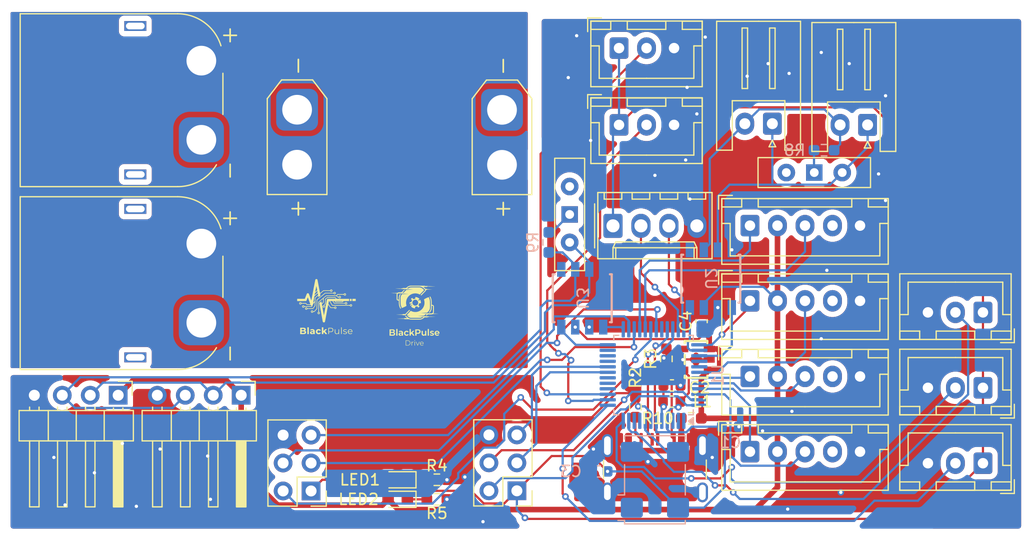
<source format=kicad_pcb>
(kicad_pcb (version 20241229) (generator "pcbnew") (generator_version "9.0")
  (layers (0 "F.Cu" signal) (2 "B.Cu" signal) (13 "F.Paste" user) (15 "B.Paste" user) (5 "F.SilkS" user "F.Silkscreen") (7 "B.SilkS" user "B.Silkscreen") (1 "F.Mask" user) (3 "B.Mask" user) (25 "Edge.Cuts" user))
  (net 0 "")
  (net 1 "GND")
  (net 2 "+3V3")
  (net 3 "VREF")
  (net 5 "PA11")
  (net 6 "Net-(J1-CC1)")
  (net 7 "PA12")
  (net 8 "Net-(J1-VBUS-PadA4)")
  (net 9 "Net-(J1-CC2)")
  (net 11 "PA9")
  (net 12 "PA8")
  (net 13 "VBUS")
  (net 15 "PB3")
  (net 16 "PA15")
  (net 18 "PB5")
  (net 19 "PB4")
  (net 21 "PB7")
  (net 22 "PB6")
  (net 23 "PB0")
  (net 24 "PC7")
  (net 25 "PC6")
  (net 26 "PB1")
  (net 27 "PB9")
  (net 28 "PB8")
  (net 29 "PB14")
  (net 30 "PB15")
  (net 31 "CS0")
  (net 32 "CS4")
  (net 33 "CS1")
  (net 34 "CS3")
  (net 35 "CS2")
  (net 36 "I2C_SDA")
  (net 37 "I2C_SCL")
  (net 38 "CAN_L2")
  (net 39 "CAN_H2")
  (net 40 "PB2")
  (net 41 "PB11")
  (net 42 "CAN_L")
  (net 43 "CAN_H")
  (net 44 "Net-(LED1-K)")
  (net 45 "Net-(LED2-K)")
  (net 46 "Net-(SW1-B)")
  (net 47 "Net-(SW2-B)")
  (net 48 "ADC4")
  (net 49 "DIO")
  (net 50 "CAN1_RX")
  (net 51 "ADC0")
  (net 52 "PA5")
  (net 53 "ADC2")
  (net 54 "PB10")
  (net 55 "ADC3")
  (net 56 "PD2")
  (net 57 "CAN2_RX")
  (net 58 "CAN2_TX")
  (net 59 "ADC1")
  (net 60 "PF0")
  (net 61 "PD3")
  (net 62 "CLK")
  (net 63 "CAN1_TX")
  (net 64 "PA10")
  (net 70 "VS")
  (net 71 "GND1")
  (footprint "Connector_JST:JST_XH_B5B-XH-A_1x05_P2.50mm_Vertical" (layer "F.Cu") (at 165.608 123.427)
    (property "Reference" "J4" (hide yes))
    (property "Value" "Conn_01x05_Pin")
  )
  (footprint "Resistor_SMD:R_0603_1608Metric_Pad0.98x0.95mm_HandSolder" (layer "F.Cu") (at 137.16 141.478)
    (property "Reference" "R5")
    (property "Value" "165")
  )
  (footprint "jisaku:SW_Slide-03_Wuerth-WS-SLTV_10x2.5x6.4_P2.54mm" (layer "F.Cu") (at 149.225 115.57 90)
    (property "Reference" "SW2" (hide yes))
    (property "Value" "SW_Wuerth_450301014042")
  )
  (footprint "Connector_AMASS:AMASS_XT60PW-M_1x02_P7.20mm_Horizontal" (layer "F.Cu") (at 115.7604 108.7814 90)
    (property "Reference" "J22" (hide yes))
    (property "Value" "Conn_01x02_Pin")
  )
  (footprint "Connector_JST:JST_XH_B5B-XH-A_1x05_P2.50mm_Vertical" (layer "F.Cu") (at 165.608 130.302)
    (property "Reference" "J5" (hide yes))
    (property "Value" "Conn_01x05_Pin")
  )
  (footprint "_gazou:drive" (layer "F.Cu") (at 135.255 124.079)
    (property "Reference" "G***" (hide yes))
    (property "Value" "LOGO" (hide yes))
  )
  (footprint "Inductor_SMD:L_0603_1608Metric" (layer "F.Cu") (at 158.496 132.588)
    (property "Reference" "L1")
    (property "Value" "L")
  )
  (footprint "Connector_PinHeader_2.54mm:PinHeader_1x04_P2.54mm_Horizontal" (layer "F.Cu") (at 108.204 132.013 -90)
    (property "Reference" "J12" (hide yes))
    (property "Value" "Conn_01x04_Pin")
  )
  (footprint "Connector_JST:JST_XH_S2B-XH-A_1x02_P2.50mm_Horizontal" (layer "F.Cu") (at 167.64 107.315 180)
    (property "Reference" "J15" (hide yes))
    (property "Value" "Conn_01x02_Pin")
  )
  (footprint "Connector_JST:JST_XH_S2B-XH-A_1x02_P2.50mm_Horizontal" (layer "F.Cu") (at 176.296 107.426 180)
    (property "Reference" "J14" (hide yes))
    (property "Value" "Conn_01x02_Pin")
  )
  (footprint "Connector_JST:JST_XH_B5B-XH-A_1x05_P2.50mm_Vertical" (layer "F.Cu") (at 165.608 116.586)
    (property "Reference" "J3" (hide yes))
    (property "Value" "Conn_01x05_Pin")
  )
  (footprint "Connector_JST:JST_XH_B3B-XH-A_1x03_P2.50mm_Vertical" (layer "F.Cu") (at 153.71 107.425)
    (property "Reference" "J27" (hide yes))
    (property "Value" "Conn_01x03_Pin")
  )
  (footprint "Connector_PinHeader_2.54mm:PinHeader_1x04_P2.54mm_Horizontal" (layer "F.Cu") (at 119.38 132.013 -90)
    (property "Reference" "J20" (hide yes))
    (property "Value" "Conn_01x04_Pin")
  )
  (footprint "_gazou:blackpulsedrive" (layer "F.Cu") (at 135.193938 127.512476)
    (property "Reference" "G***" (hide yes))
    (property "Value" "LOGO" (hide yes))
  )
  (footprint "Connector_Molex:Molex_KK-254_AE-6410-04A_1x04_P2.54mm_Vertical" (layer "F.Cu") (at 153.162 116.606)
    (property "Reference" "J2" (hide yes))
    (property "Value" "Conn_01x04_Pin")
  )
  (footprint "Connector_PinHeader_2.54mm:PinHeader_2x03_P2.54mm_Vertical" (layer "F.Cu") (at 125.73 140.716 180)
    (property "Reference" "J7" (hide yes))
    (property "Value" "Conn_02x03_Counter_Clockwise")
  )
  (footprint "Connector_AMASS:AMASS_XT60PW-M_1x02_P7.20mm_Horizontal" (layer "F.Cu") (at 115.7604 125.4184 90)
    (property "Reference" "J25" (hide yes))
    (property "Value" "Conn_01x02_Pin")
  )
  (footprint "Connector_JST:JST_XH_B3B-XH-A_1x03_P2.50mm_Vertical" (layer "F.Cu") (at 186.777 124.477 180)
    (property "Reference" "J28" (hide yes))
    (property "Value" "Conn_01x03_Pin")
  )
  (footprint "Connector_JST:JST_XH_B3B-XH-A_1x03_P2.50mm_Vertical" (layer "F.Cu") (at 153.71 100.44)
    (property "Reference" "J26" (hide yes))
    (property "Value" "Conn_01x03_Pin")
  )
  (footprint "Connector_JST:JST_XH_B5B-XH-A_1x05_P2.50mm_Vertical" (layer "F.Cu") (at 165.608 137.143)
    (property "Reference" "J6" (hide yes))
    (property "Value" "Conn_01x05_Pin")
  )
  (footprint "LED_SMD:LED_0603_1608Metric_Pad1.05x0.95mm_HandSolder" (layer "F.Cu") (at 133.604 139.7 180)
    (property "Reference" "LED1")
    (property "Value" "LED")
  )
  (footprint "Resistor_SMD:R_0603_1608Metric_Pad0.98x0.95mm_HandSolder" (layer "F.Cu") (at 160.274 134.112)
    (property "Reference" "R10")
    (property "Value" "fuse")
  )
  (footprint "Capacitor_SMD:C_0603_1608Metric" (layer "F.Cu") (at 161.2138 125.2728 90)
    (property "Reference" "C4")
    (property "Value" "10u(DFP")
  )
  (footprint "footprints:SSOP5" (layer "F.Cu") (at 160.7058 128.7526 180)
    (property "Reference" "DCDC1" (hide yes))
    (property "Value" "BU33TD3WG")
  )
  (footprint "Connector_JST:JST_XH_B3B-XH-A_1x03_P2.50mm_Vertical" (layer "F.Cu") (at 186.777 138.193 180)
    (property "Reference" "J30" (hide yes))
    (property "Value" "Conn_01x03_Pin")
  )
  (footprint "Resistor_SMD:R_0603_1608Metric_Pad0.98x0.95mm_HandSolder" (layer "F.Cu") (at 155.194 133.096 -90)
    (property "Reference" "R2")
    (property "Value" "5.1k")
  )
  (footprint "Connector_AMASS:AMASS_XT30U-F_1x02_P5.0mm_Vertical" (layer "F.Cu") (at 124.46 106.045 -90)
    (property "Reference" "J21" (hide yes))
    (property "Value" "Conn_01x02_Pin")
  )
  (footprint "Resistor_SMD:R_0603_1608Metric_Pad0.98x0.95mm_HandSolder" (layer "F.Cu") (at 158.0134 128.7018 90)
    (property "Reference" "R3")
    (property "Value" "5.1k")
  )
  (footprint "Capacitor_SMD:C_0603_1608Metric" (layer "F.Cu") (at 158.5214 131.1148)
    (property "Reference" "C2")
    (property "Value" "0.1u")
  )
  (footprint "Connector_AMASS:AMASS_XT30U-F_1x02_P5.0mm_Vertical" (layer "F.Cu") (at 143.0782 106.0558 -90)
    (property "Reference" "J19" (hide yes))
    (property "Value" "Conn_01x02_Pin")
  )
  (footprint "Resistor_SMD:R_0603_1608Metric_Pad0.98x0.95mm_HandSolder" (layer "F.Cu") (at 137.16 139.7)
    (property "Reference" "R4")
    (property "Value" "165")
  )
  (footprint "Connector_PinHeader_2.54mm:PinHeader_2x03_P2.54mm_Vertical" (layer "F.Cu") (at 144.4294 140.7014 180)
    (property "Reference" "J8" (hide yes))
    (property "Value" "Conn_02x03_Counter_Clockwise")
  )
  (footprint "Connector_JST:JST_XH_B3B-XH-A_1x03_P2.50mm_Vertical" (layer "F.Cu") (at 186.777 131.335 180)
    (property "Reference" "J29" (hide yes))
    (property "Value" "Conn_01x03_Pin")
  )
  (footprint "LED_SMD:LED_0603_1608Metric_Pad1.05x0.95mm_HandSolder" (layer "F.Cu") (at 133.604 141.478 180)
    (property "Reference" "LED2")
    (property "Value" "LED")
  )
  (footprint "jisaku:USB_C_Receptacle_aitendo" (layer "F.Cu") (at 156.972 139.7)
    (property "Reference" "J1" (hide yes))
    (property "Value" "USB_C_Receptacle_USB2.0_14P")
  )
  (footprint "_gazou:full" (layer "F.Cu") (at 127.127 123.952)
    (property "Reference" "G***" (hide yes))
    (property "Value" "LOGO" (hide yes))
  )
  (footprint "jisaku:SW_Slide-03_Wuerth-WS-SLTV_10x2.5x6.4_P2.54mm" (layer "F.Cu") (at 171.45 111.76 180)
    (property "Reference" "SW1" (hide yes))
    (property "Value" "SW_Wuerth_450301014042")
  )
  (footprint "Capacitor_SMD:C_0603_1608Metric" (layer "B.Cu") (at 151.892 138.938 180)
    (property "Reference" "C3")
    (property "Value" "0.1u")
  )
  (footprint "Oscillator:Oscillator_SMD_IQD_IQXO70-4Pin_7.5x5.0mm" (layer "B.Cu") (at 156.972 139.7 90)
    (property "Reference" "X1" (hide yes))
    (property "Value" "IQXO-70")
  )
  (footprint "footprints2:SOP-J8" (layer "B.Cu") (at 150.368 123.19 90)
    (property "Reference" "U3")
    (property "Value" "SOP-J8")
  )
  (footprint "Capacitor_SMD:C_0603_1608Metric" (layer "B.Cu") (at 163.83 134.874)
    (property "Reference" "C1")
    (property "Value" "0.1u")
  )
  (footprint "Resistor_SMD:R_0603_1608Metric_Pad0.98x0.95mm_HandSolder" (layer "B.Cu") (at 147.32 118.11 -90)
    (property "Reference" "R9")
    (property "Value" "R")
  )
  (footprint "Resistor_SMD:R_0603_1608Metric_Pad0.98x0.95mm_HandSolder" (layer "B.Cu") (at 172.339 109.728)
    (property "Reference" "R8")
    (property "Value" "R")
  )
  (footprint "footprints2:SOP-J8" (layer "B.Cu") (at 162.052 121.412 90)
    (property "Reference" "U2")
    (property "Value" "SOP-J8")
  )
  (footprint "Package_QFP:LQFP-48_7x7mm_P0.5mm" (layer "B.Cu") (at 156.845 130.175 90)
    (property "Reference" "U1")
    (property "Value" "STM32G0B1CBTx")
  )
  (segment (start 160.717 136.02) (end 161.292 136.595) (width 0.2) (layer "F.Cu") (net 1))
  (segment (start 153.197 136.595) (end 153.772 136.02) (width 0.2) (layer "F.Cu") (net 1))
  (segment (start 155.194 132.1835) (end 155.194 132.671) (width 0.2) (layer "F.Cu") (net 1))
  (segment (start 143.002 134.747) (end 143.2786 134.4704) (width 0.2) (layer "F.Cu") (net 1))
  (segment (start 159.5374 128.7526) (end 159.512 128.778) (width 0.2) (layer "F.Cu") (net 1))
  (segment (start 152.652 135.213) (end 152.652 136.595) (width 0.2) (layer "F.Cu") (net 1))
  (segment (start 153.67 137.613) (end 153.67 138.303) (width 0.2) (layer "F.Cu") (net 1))
  (segment (start 181.777 124.477) (end 181.777 138.193) (width 0.2) (layer "F.Cu") (net 1))
  (segment (start 158.0134 128.459711) (end 158.0134 127.7893) (width 0.2) (layer "F.Cu") (net 1))
  (segment (start 155.454351 133.021) (end 155.454351 132.443851) (width 0.2) (layer "F.Cu") (net 1))
  (segment (start 161.9058 128.7526) (end 159.5374 128.7526) (width 0.2) (layer "F.Cu") (net 1))
  (segment (start 152.652 136.595) (end 153.67 137.613) (width 0.2) (layer "F.Cu") (net 1))
  (segment (start 153.438043 131.824) (end 150.896043 134.366) (width 0.2) (layer "F.Cu") (net 1))
  (segment (start 150.896043 134.366) (end 150.749 134.366) (width 0.2) (layer "F.Cu") (net 1))
  (segment (start 160.172 136.02) (end 160.717 136.02) (width 0.2) (layer "F.Cu") (net 1))
  (segment (start 157.78574 128.6268) (end 157.846311 128.6268) (width 0.2) (layer "F.Cu") (net 1))
  (segment (start 154.8345 131.824) (end 153.438043 131.824) (width 0.2) (layer "F.Cu") (net 1))
  (segment (start 155.454351 132.443851) (end 155.194 132.1835) (width 0.2) (layer "F.Cu") (net 1))
  (segment (start 152.652 136.595) (end 153.197 136.595) (width 0.2) (layer "F.Cu") (net 1))
  (segment (start 143.2786 134.4704) (end 146.9164 134.4704) (width 0.2) (layer "F.Cu") (net 1))
  (segment (start 146.939 134.493) (end 146.9164 134.4704) (width 0.2) (layer "F.Cu") (net 1))
  (segment (start 175.608 116.586) (end 175.608 137.143) (width 0.2) (layer "F.Cu") (net 1))
  (segment (start 157.846311 128.6268) (end 158.0134 128.459711) (width 0.2) (layer "F.Cu") (net 1))
  (segment (start 155.194 132.1835) (end 154.8345 131.824) (width 0.2) (layer "F.Cu") (net 1))
  (segment (start 155.194 132.671) (end 152.652 135.213) (width 0.2) (layer "F.Cu") (net 1))
  (via (at 139.7 139.446) (size 0.6) (drill 0.3) (layers "F.Cu" "B.Cu") (net 1))
  (via (at 116.332 137.541) (size 0.6) (drill 0.3) (layers "F.Cu" "B.Cu") (net 1))
  (via (at 109.855 142.113) (size 0.6) (drill 0.3) (layers "F.Cu" "B.Cu") (net 1))
  (via (at 151.384 136.906) (size 0.6) (drill 0.3) (layers "F.Cu" "B.Cu") (net 1))
  (via (at 154.94 130.175) (size 0.6) (drill 0.3) (layers "F.Cu" "B.Cu") (net 1))
  (via (at 103.378 141.986) (size 0.6) (drill 0.3) (layers "F.Cu" "B.Cu") (net 1))
  (via (at 162.687 124.037001) (size 0.6) (drill 0.3) (layers "F.Cu" "B.Cu") (net 1))
  (via (at 151.003 125.815001) (size 0.6) (drill 0.3) (layers "F.Cu" "B.Cu") (net 1))
  (via (at 159.2964 131.1148) (size 0.6) (drill 0.3) (layers "F.Cu" "B.Cu") (net 1))
  (via (at 108.585 136.398) (size 0.6) (drill 0.3) (layers "F.Cu" "B.Cu") (net 1))
  (via (at 172.593 120.65) (size 0.6) (drill 0.3) (layers "F.Cu" "B.Cu") (net 1))
  (via (at 167.259 101.854) (size 0.6) (drill 0.3) (layers "F.Cu" "B.Cu") (net 1))
  (via (at 159.512 128.778) (size 0.6) (drill 0.3) (layers "F.Cu" "B.Cu") (net 1))
  (via (at 169.037 142.367) (size 0.6) (drill 0.3) (layers "F.Cu" "B.Cu") (net 1))
  (via (at 156.337 138.049) (size 0.6) (drill 0.3) (layers "F.Cu" "B.Cu") (net 1))
  (via (at 160.782 106.426) (size 0.6) (drill 0.3) (layers "F.Cu" "B.Cu") (net 1))
  (via (at 102.362 137.668) (size 0.6) (drill 0.3) (layers "F.Cu" "B.Cu") (net 1))
  (via (at 157.78574 128.6268) (size 0.6) (drill 0.3) (layers "F.Cu" "B.Cu") (net 1))
  (via (at 106.045 139.065) (size 0.6) (drill 0.3) (layers "F.Cu" "B.Cu") (net 1))
  (via (at 159.893 104.013) (size 0.6) (drill 0.3) (layers "F.Cu" "B.Cu") (net 1))
  (via (at 177.292 111.887) (size 0.6) (drill 0.3) (layers "F.Cu" "B.Cu") (net 1))
  (via (at 159.766 110.617) (size 0.6) (drill 0.3) (layers "F.Cu" "B.Cu") (net 1))
  (via (at 112.014 136.906) (size 0.6) (drill 0.3) (layers "F.Cu" "B.Cu") (net 1))
  (via (at 172.085 100.838) (size 0.6) (drill 0.3) (layers "F.Cu" "B.Cu") (net 1))
  (via (at 164.605 134.874) (size 0.6) (drill 0.3) (layers "F.Cu" "B.Cu") (net 1))
  (via (at 169.418 133.477) (size 0.6) (drill 0.3) (layers "F.Cu" "B.Cu") (net 1))
  (via (at 165.354 102.997) (size 0.6) (drill 0.3) (layers "F.Cu" "B.Cu") (net 1))
  (via (at 173.863 140.843) (size 0.6) (drill 0.3) (layers "F.Cu" "B.Cu") (net 1))
  (via (at 149.86 99.314) (size 0.6) (drill 0.3) (layers "F.Cu" "B.Cu") (net 1))
  (via (at 149.098 103.124) (size 0.6) (drill 0.3) (layers "F.Cu" "B.Cu") (net 1))
  (via (at 160.147 114.173) (size 0.6) (drill 0.3) (layers "F.Cu" "B.Cu") (net 1))
  (via (at 172.085 126.873) (size 0.6) (drill 0.3) (layers "F.Cu" "B.Cu") (net 1))
  (via (at 161.544 99.441) (size 0.6) (drill 0.3) (layers "F.Cu" "B.Cu") (net 1))
  (via (at 177.927 114.3) (size 0.6) (drill 0.3) (layers "F.Cu" "B.Cu") (net 1))
  (via (at 116.586 141.478) (size 0.6) (drill 0.3) (layers "F.Cu" "B.Cu") (net 1))
  (via (at 174.625 101.854) (size 0.6) (drill 0.3) (layers "F.Cu" "B.Cu") (net 1))
  (via (at 138.0725 139.7) (size 0.6) (drill 0.3) (layers "F.Cu" "B.Cu") (net 1))
  (via (at 141.351 143.51) (size 0.6) (drill 0.3) (layers "F.Cu" "B.Cu") (net 1))
  (via (at 162.179 137.668) (size 0.6) (drill 0.3) (layers "F.Cu" "B.Cu") (net 1))
  (via (at 138.0725 141.478) (size 0.6) (drill 0.3) (layers "F.Cu" "B.Cu") (net 1))
  (via (at 169.164 102.743) (size 0.6) (drill 0.3) (layers "F.Cu" "B.Cu") (net 1))
  (via (at 166.751 135.255) (size 0.6) (drill 0.3) (layers "F.Cu" "B.Cu") (net 1))
  (via (at 151.13 108.839) (size 0.6) (drill 0.3) (layers "F.Cu" "B.Cu") (net 1))
  (via (at 155.454351 133.021) (size 0.6) (drill 0.3) (layers "F.Cu" "B.Cu") (net 1))
  (via (at 156.972 112.014) (size 0.6) (drill 0.3) (layers "F.Cu" "B.Cu") (net 1))
  (via (at 177.927 104.775) (size 0.6) (drill 0.3) (layers "F.Cu" "B.Cu") (net 1))
  (via (at 163.957 118.786999) (size 0.6) (drill 0.3) (layers "F.Cu" "B.Cu") (net 1))
  (segment (start 156.049824 133.021) (end 156.595 133.566176) (width 0.2) (layer "B.Cu") (net 1))
  (segment (start 156.595 133.566176) (end 156.595 134.3375) (width 0.2) (layer "B.Cu") (net 1))
  (segment (start 155.454351 133.021) (end 156.049824 133.021) (width 0.2) (layer "B.Cu") (net 1))
  (segment (start 181.714 143.256) (end 186.777 138.193) (width 0.2) (layer "F.Cu") (net 2))
  (segment (start 159.128244 133.073858) (end 159.128244 132.73211) (width 0.2) (layer "F.Cu") (net 2))
  (segment (start 155.31 105.825) (end 176.83116 105.825) (width 0.2) (layer "F.Cu") (net 2))
  (segment (start 152.667 138.938) (end 151.27 137.541) (width 0.2) (layer "F.Cu") (net 2))
  (segment (start 141.41264 141.8524) (end 143.2784 141.8524) (width 0.2) (layer "F.Cu") (net 2))
  (segment (start 176.83116 105.825) (end 186.777 115.77084) (width 0.2) (layer "F.Cu") (net 2))
  (segment (start 147.5898 137.541) (end 144.4294 140.7014) (width 0.2) (layer "F.Cu") (net 2))
  (segment (start 159.128244 132.73211) (end 160.0474 131.812954) (width 0.2) (layer "F.Cu") (net 2))
  (segment (start 145.161 143.1614) (end 145.2556 143.256) (width 0.2) (layer "F.Cu") (net 2))
  (segment (start 132.729 139.7) (end 133.731 140.702) (width 0.2) (layer "F.Cu") (net 2))
  (segment (start 151.27 137.541) (end 147.5898 137.541) (width 0.2) (layer "F.Cu") (net 2))
  (segment (start 160.0474 130.244201) (end 159.5058 129.702601) (width 0.2) (layer "F.Cu") (net 2))
  (segment (start 186.777 115.77084) (end 186.777 124.477) (width 0.2) (layer "F.Cu") (net 2))
  (segment (start 159.102102 133.1) (end 159.128244 133.073858) (width 0.2) (layer "F.Cu") (net 2))
  (segment (start 140.26224 140.702) (end 141.41264 141.8524) (width 0.2) (layer "F.Cu") (net 2))
  (segment (start 133.731 140.702) (end 140.26224 140.702) (width 0.2) (layer "F.Cu") (net 2))
  (segment (start 160.0474 131.812954) (end 160.0474 130.244201) (width 0.2) (layer "F.Cu") (net 2))
  (segment (start 132.729 139.7) (end 126.746 139.7) (width 0.2) (layer "F.Cu") (net 2))
  (segment (start 126.746 139.7) (end 125.73 140.716) (width 0.2) (layer "F.Cu") (net 2))
  (segment (start 153.71 107.425) (end 155.31 105.825) (width 0.2) (layer "F.Cu") (net 2))
  (segment (start 186.777 138.193) (end 186.777 124.477) (width 0.2) (layer "F.Cu") (net 2))
  (segment (start 145.2556 143.256) (end 181.714 143.256) (width 0.2) (layer "F.Cu") (net 2))
  (segment (start 143.2784 141.8524) (end 144.4294 140.7014) (width 0.2) (layer "F.Cu") (net 2))
  (via (at 152.667 138.938) (size 0.6) (drill 0.3) (layers "F.Cu" "B.Cu") (net 2))
  (via (at 159.102102 133.1) (size 0.6) (drill 0.3) (layers "F.Cu" "B.Cu") (net 2))
  (via (at 145.161 143.1614) (size 0.6) (drill 0.3) (layers "F.Cu" "B.Cu") (net 2))
  (segment (start 144.4294 142.4298) (end 144.4294 140.7014) (width 0.2) (layer "B.Cu") (net 2))
  (segment (start 159.827824 135.376) (end 158.362176 135.376) (width 0.2) (layer "B.Cu") (net 2))
  (segment (start 160.329824 134.874) (end 159.827824 135.376) (width 0.2) (layer "B.Cu") (net 2))
  (segment (start 157.101 135.376) (end 157.095 135.382) (width 0.2) (layer "B.Cu") (net 2))
  (segment (start 159.102102 133.1) (end 158.561176 133.1) (width 0.2) (layer "B.Cu") (net 2))
  (segment (start 153.162 116.606) (end 153.162 107.973) (width 0.2) (layer "B.Cu") (net 2))
  (segment (start 161.429785 142.24) (end 163.324 140.345785) (width 0.2) (layer "B.Cu") (net 2))
  (segment (start 163.324 140.345785) (end 163.324 135.143) (width 0.2) (layer "B.Cu") (net 2))
  (segment (start 152.667 138.938) (end 155.28016 138.938) (width 0.2) (layer "B.Cu") (net 2))
  (segment (start 153.162 107.973) (end 153.71 107.425) (width 0.2) (layer "B.Cu") (net 2))
  (segment (start 163.055 134.874) (end 160.329824 134.874) (width 0.2) (layer "B.Cu") (net 2))
  (segment (start 163.324 135.143) (end 163.055 134.874) (width 0.2) (layer "B.Cu") (net 2))
  (segment (start 158.362176 135.376) (end 157.101 135.376) (width 0.2) (layer "B.Cu") (net 2))
  (segment (start 155.77 138.938) (end 155.28016 138.938) (width 0.2) (layer "B.Cu") (net 2))
  (segment (start 158.561176 133.1) (end 158.095 133.566176) (width 0.2) (layer "B.Cu") (net 2))
  (segment (start 158.362176 135.376) (end 158.095 135.108824) (width 0.2) (layer "B.Cu") (net 2))
  (segment (start 158.095 135.108824) (end 158.095 134.3375) (width 0.2) (layer "B.Cu") (net 2))
  (segment (start 159.072 142.24) (end 155.77 138.938) (width 0.2) (layer "B.Cu") (net 2))
  (segment (start 145.161 143.1614) (end 144.4294 142.4298) (width 0.2) (layer "B.Cu") (net 2))
  (segment (start 157.095 135.382) (end 157.095 134.3375) (width 0.2) (layer "B.Cu") (net 2))
  (segment (start 159.072 142.24) (end 161.429785 142.24) (width 0.2) (layer "B.Cu") (net 2))
  (segment (start 153.71 100.44) (end 153.71 107.425) (width 0.2) (layer "B.Cu") (net 2))
  (segment (start 158.095 133.566176) (end 158.095 134.3375) (width 0.2) (layer "B.Cu") (net 2))
  (segment (start 157.760223 133.052426) (end 157.760223 132.563923) (width 0.2) (layer "F.Cu") (net 3))
  (segment (start 157.760223 132.563923) (end 157.7464 132.5501) (width 0.2) (layer "F.Cu") (net 3))
  (segment (start 157.7464 132.5501) (end 157.7464 131.1148) (width 0.2) (layer "F.Cu") (net 3))
  (via (at 157.760223 133.052426) (size 0.6) (drill 0.3) (layers "F.Cu" "B.Cu") (net 3))
  (segment (start 157.760223 133.052426) (end 157.595 133.217649) (width 0.2) (layer "B.Cu") (net 3))
  (segment (start 157.595 133.217649) (end 157.595 134.3375) (width 0.2) (layer "B.Cu") (net 3))
  (segment (start 157.03848 127.69052) (end 156.97 127.759) (width 0.2) (layer "F.Cu") (net 5))
  (segment (start 156.97 128.046202) (end 156.971 128.047202) (width 0.2) (layer "F.Cu") (net 5))
  (segment (start 156.97 128.546088) (end 156.97 135.159176) (width 0.2) (layer "F.Cu") (net 5))
  (segment (start 157.03848 127.507) (end 157.03848 127.69052) (width 0.2) (layer "F.Cu") (net 5))
  (segment (start 156.971 128.545088) (end 156.97 128.546088) (width 0.2) (layer "F.Cu") (net 5))
  (segment (start 157.222 135.411176) (end 157.222 136.02) (width 0.2) (layer "F.Cu") (net 5))
  (segment (start 156.971 128.047202) (end 156.971 128.545088) (width 0.2) (layer "F.Cu") (net 5))
  (segment (start 156.97 127.759) (end 156.97 128.046202) (width 0.2) (layer "F.Cu") (net 5))
  (segment (start 156.97 135.159176) (end 157.222 135.411176) (width 0.2) (layer "F.Cu") (net 5))
  (via (at 157.03848 127.507) (size 0.6) (drill 0.3) (layers "F.Cu" "B.Cu") (net 5))
  (segment (start 158.095 126.0125) (end 158.095 126.783824) (width 0.2) (layer "B.Cu") (net 5))
  (segment (start 157.371824 127.507) (end 157.03848 127.507) (width 0.2) (layer "B.Cu") (net 5))
  (segment (start 158.095 126.783824) (end 157.371824 127.507) (width 0.2) (layer "B.Cu") (net 5))
  (segment (start 155.194 135.492) (end 155.722 136.02) (width 0.2) (layer "F.Cu") (net 6))
  (segment (start 155.194 134.0085) (end 155.194 135.492) (width 0.2) (layer "F.Cu") (net 6))
  (segment (start 156.722 136.02) (end 156.337 135.635) (width 0.2) (layer "F.Cu") (net 7))
  (segment (start 156.337 135.635) (end 156.337 128.329145) (width 0.2) (layer "F.Cu") (net 7))
  (segment (start 156.337 128.329145) (end 156.37 128.296145) (width 0.2) (layer "F.Cu") (net 7))
  (via (at 156.37 128.296145) (size 0.6) (drill 0.3) (layers "F.Cu" "B.Cu") (net 7))
  (segment (start 156.396145 128.27) (end 157.294012 128.27) (width 0.2) (layer "B.Cu") (net 7))
  (segment (start 157.294012 128.27) (end 158.595 126.969012) (width 0.2) (layer "B.Cu") (net 7))
  (segment (start 156.37 128.296145) (end 156.396145 128.27) (width 0.2) (layer "B.Cu") (net 7))
  (segment (start 158.595 126.969012) (end 158.595 126.0125) (width 0.2) (layer "B.Cu") (net 7))
  (segment (start 155.027001 137.05) (end 159.114 137.05) (width 0.508) (layer "F.Cu") (net 8))
  (segment (start 159.372 136.02) (end 159.372 134.1225) (width 0.508) (layer "F.Cu") (net 8))
  (segment (start 154.572 136.02) (end 154.572 136.594999) (width 0.508) (layer "F.Cu") (net 8))
  (segment (start 159.372 134.1225) (end 159.3615 134.112) (width 0.508) (layer "F.Cu") (net 8))
  (segment (start 159.114 137.05) (end 159.372 136.792) (width 0.508) (layer "F.Cu") (net 8))
  (segment (start 154.572 136.594999) (end 155.027001 137.05) (width 0.508) (layer "F.Cu") (net 8))
  (segment (start 159.372 136.792) (end 159.372 136.02) (width 0.508) (layer "F.Cu") (net 8))
  (segment (start 158.4974 130.0983) (end 158.4974 135.7954) (width 0.2) (layer "F.Cu") (net 9))
  (segment (start 158.4974 135.7954) (end 158.722 136.02) (width 0.2) (layer "F.Cu") (net 9))
  (segment (start 158.0134 129.6143) (end 158.4974 130.0983) (width 0.2) (layer "F.Cu") (net 9))
  (segment (start 170.608 116.586) (end 170.608 118.952) (width 0.2) (layer "B.Cu") (net 11))
  (segment (start 168.91 120.65) (end 156.464 120.65) (width 0.2) (layer "B.Cu") (net 11))
  (segment (start 170.608 118.952) (end 168.91 120.65) (width 0.2) (layer "B.Cu") (net 11))
  (segment (start 156.095 121.019) (end 156.095 126.0125) (width 0.2) (layer "B.Cu") (net 11))
  (segment (start 156.464 120.65) (end 156.095 121.019) (width 0.2) (layer "B.Cu") (net 11))
  (segment (start 155.595 120.65) (end 156.482001 119.762999) (width 0.2) (layer "B.Cu") (net 12))
  (segment (start 155.595 126.0125) (end 155.595 120.65) (width 0.2) (layer "B.Cu") (net 12))
  (segment (start 165.608 118.792999) (end 165.608 116.586) (width 0.2) (layer "B.Cu") (net 12))
  (segment (start 164.638 119.762999) (end 165.608 118.792999) (width 0.2) (layer "B.Cu") (net 12))
  (segment (start 156.482001 119.762999) (end 164.638 119.762999) (width 0.2) (layer "B.Cu") (net 12))
  (segment (start 161.1865 130.421901) (end 161.9058 129.702601) (width 0.508) (layer "F.Cu") (net 13))
  (segment (start 168.108 137.143) (end 168.108 134.112) (width 0.508) (layer "F.Cu") (net 13))
  (segment (start 109.534 130.683) (end 118.05 130.683) (width 0.508) (layer "F.Cu") (net 13))
  (segment (start 168.108 134.112) (end 168.108 116.586) (width 0.508) (layer "F.Cu") (net 13))
  (segment (start 118.05 130.683) (end 119.38 132.013) (width 0.508) (layer "F.Cu") (net 13))
  (segment (start 150.824999 126.907) (end 160.93 126.907) (width 0.2) (layer "F.Cu") (net 13))
  (segment (start 160.93 126.907) (end 161.2138 126.6232) (width 0.2) (layer "F.Cu") (net 13))
  (segment (start 132.729 141.478) (end 133.6584 142.4074) (width 0.508) (layer "F.Cu") (net 13))
  (segment (start 161.9058 127.802599) (end 161.9058 126.7398) (width 0.508) (layer "F.Cu") (net 13))
  (segment (start 162.665799 127.802599) (end 162.8608 127.9976) (width 0.508) (layer "F.Cu") (net 13))
  (segment (start 161.2138 126.6232) (end 161.2138 126.0478) (width 0.2) (layer "F.Cu") (net 13))
  (segment (start 119.38 138.686149) (end 119.38 132.013) (width 0.508) (layer "F.Cu") (net 13))
  (segment (start 133.6584 142.4074) (end 166.0756 142.4074) (width 0.508) (layer "F.Cu") (net 13))
  (segment (start 162.665799 129.702601) (end 161.9058 129.702601) (width 0.508) (layer "F.Cu") (net 13))
  (segment (start 166.0756 142.4074) (end 168.108 140.375) (width 0.508) (layer "F.Cu") (net 13))
  (segment (start 161.9058 127.802599) (end 162.665799 127.802599) (width 0.508) (layer "F.Cu") (net 13))
  (segment (start 168.108 140.375) (end 168.108 137.143) (width 0.508) (layer "F.Cu") (net 13))
  (segment (start 149.733 125.815001) (end 150.824999 126.907) (width 0.2) (layer "F.Cu") (net 13))
  (segment (start 161.9058 126.7398) (end 161.2138 126.0478) (width 0.508) (layer "F.Cu") (net 13))
  (segment (start 108.204 132.013) (end 109.534 130.683) (width 0.508) (layer "F.Cu") (net 13))
  (segment (start 161.1865 134.112) (end 168.108 134.112) (width 0.508) (layer "F.Cu") (net 13))
  (segment (start 132.2006 142.0064) (end 122.700251 142.0064) (width 0.508) (layer "F.Cu") (net 13))
  (segment (start 162.8608 129.5076) (end 162.665799 129.702601) (width 0.508) (layer "F.Cu") (net 13))
  (segment (start 162.8608 127.9976) (end 162.8608 129.5076) (width 0.508) (layer "F.Cu") (net 13))
  (segment (start 122.700251 142.0064) (end 119.38 138.686149) (width 0.508) (layer "F.Cu") (net 13))
  (segment (start 161.1865 134.112) (end 161.1865 130.421901) (width 0.508) (layer "F.Cu") (net 13))
  (segment (start 132.729 141.478) (end 132.2006 142.0064) (width 0.508) (layer "F.Cu") (net 13))
  (via (at 149.733 125.815001) (size 0.6) (drill 0.3) (layers "F.Cu" "B.Cu") (net 13))
  (segment (start 161.417 124.037001) (end 161.417 123.650001) (width 0.2) (layer "B.Cu") (net 13))
  (segment (start 161.417 123.650001) (end 162.916001 122.151) (width 0.2) (layer "B.Cu") (net 13))
  (segment (start 162.916001 122.151) (end 166.832 122.151) (width 0.2) (layer "B.Cu") (net 13))
  (segment (start 166.832 122.151) (end 168.108 123.427) (width 0.2) (layer "B.Cu") (net 13))
  (segment (start 170.608 128.096) (end 169.678 129.026) (width 0.2) (layer "B.Cu") (net 15))
  (segment (start 163.586 129.026) (end 162.687 129.925) (width 0.2) (layer "B.Cu") (net 15))
  (segment (start 169.678 129.026) (end 163.586 129.026) (width 0.2) (layer "B.Cu") (net 15))
  (segment (start 162.687 129.925) (end 161.0075 129.925) (width 0.2) (layer "B.Cu") (net 15))
  (segment (start 170.608 123.427) (end 170.608 128.096) (width 0.2) (layer "B.Cu") (net 15))
  (segment (start 165.608 123.427) (end 165.608 123.952) (width 0.2) (layer "F.Cu") (net 16))
  (segment (start 165.608 123.952) (end 163.068 126.492) (width 0.2) (layer "F.Cu") (net 16))
  (via (at 163.068 126.492) (size 0.6) (drill 0.3) (layers "F.Cu" "B.Cu") (net 16))
  (segment (start 162.135 127.425) (end 163.068 126.492) (width 0.2) (layer "B.Cu") (net 16))
  (segment (start 161.0075 127.425) (end 162.135 127.425) (width 0.2) (layer "B.Cu") (net 16))
  (segment (start 161.0075 130.925) (end 164.11984 130.925) (width 0.2) (layer "B.Cu") (net 18))
  (segment (start 169.332 131.578) (end 170.608 130.302) (width 0.2) (layer "B.Cu") (net 18))
  (segment (start 164.11984 130.925) (end 164.77284 131.578) (width 0.2) (layer "B.Cu") (net 18))
  (segment (start 164.77284 131.578) (end 169.332 131.578) (width 0.2) (layer "B.Cu") (net 18))
  (segment (start 165.485 130.425) (end 161.0075 130.425) (width 0.2) (layer "B.Cu") (net 19))
  (segment (start 165.608 130.302) (end 165.485 130.425) (width 0.2) (layer "B.Cu") (net 19))
  (segment (start 163.83 132.461) (end 163.83 137.47616) (width 0.2) (layer "B.Cu") (net 21))
  (segment (start 163.294 131.925) (end 163.83 132.461) (width 0.2) (layer "B.Cu") (net 21))
  (segment (start 169.332 138.419) (end 170.608 137.143) (width 0.2) (layer "B.Cu") (net 21))
  (segment (start 163.83 137.47616) (end 164.77284 138.419) (width 0.2) (layer "B.Cu") (net 21))
  (segment (start 164.77284 138.419) (end 169.332 138.419) (width 0.2) (layer "B.Cu") (net 21))
  (segment (start 161.0075 131.925) (end 163.294 131.925) (width 0.2) (layer "B.Cu") (net 21))
  (segment (start 165.608 132.98026) (end 164.05274 131.425) (width 0.2) (layer "B.Cu") (net 22))
  (segment (start 164.05274 131.425) (end 161.0075 131.425) (width 0.2) (layer "B.Cu") (net 22))
  (segment (start 165.608 137.143) (end 165.608 132.98026) (width 0.2) (layer "B.Cu") (net 22))
  (segment (start 146.197 131.171) (end 147.443 129.925) (width 0.2) (layer "B.Cu") (net 23))
  (segment (start 147.443 129.925) (end 152.6825 129.925) (width 0.2) (layer "B.Cu") (net 23))
  (segment (start 146.197 136.3938) (end 146.197 131.171) (width 0.2) (layer "B.Cu") (net 23))
  (segment (start 144.4294 138.1614) (end 146.197 136.3938) (width 0.2) (layer "B.Cu") (net 23))
  (segment (start 157.195 124.206) (end 150.492058 124.206) (width 0.2) (layer "F.Cu") (net 24))
  (segment (start 148.082 126.616058) (end 148.082 127.254) (width 0.2) (layer "F.Cu") (net 24))
  (segment (start 150.492058 124.206) (end 148.082 126.616058) (width 0.2) (layer "F.Cu") (net 24))
  (via (at 157.195 124.206) (size 0.6) (drill 0.3) (layers "F.Cu" "B.Cu") (net 24))
  (via (at 148.082 127.254) (size 0.6) (drill 0.3) (layers "F.Cu" "B.Cu") (net 24))
  (segment (start 147.1251 127.254) (end 137.3541 137.025) (width 0.2) (layer "B.Cu") (net 24))
  (segment (start 124.341 137.025) (end 123.19 138.176) (width 0.2) (layer "B.Cu") (net 24))
  (segment (start 148.082 127.254) (end 147.1251 127.254) (width 0.2) (layer "B.Cu") (net 24))
  (segment (start 157.195 124.206) (end 157.095 124.306) (width 0.2) (layer "B.Cu") (net 24))
  (segment (start 137.3541 137.025) (end 124.341 137.025) (width 0.2) (layer "B.Cu") (net 24))
  (segment (start 157.095 124.306) (end 157.095 126.0125) (width 0.2) (layer "B.Cu") (net 24))
  (segment (start 151.378943 133.316) (end 154.339 130.355943) (width 0.2) (layer "F.Cu") (net 25))
  (segment (start 144.78 132.207) (end 145.889 133.316) (width 0.2) (layer "F.Cu") (net 25))
  (segment (start 154.339 129.633) (end 155.194 128.778) (width 0.2) (layer "F.Cu") (net 25))
  (segment (start 154.339 130.355943) (end 154.339 129.633) (width 0.2) (layer "F.Cu") (net 25))
  (segment (start 145.889 133.316) (end 151.378943 133.316) (width 0.2) (layer "F.Cu") (net 25))
  (via (at 144.78 132.207) (size 0.6) (drill 0.3) (layers "F.Cu" "B.Cu") (net 25))
  (via (at 155.194 128.778) (size 0.6) (drill 0.3) (layers "F.Cu" "B.Cu") (net 25))
  (segment (start 143.2784 136.09816) (end 143.2784 133.7086) (width 0.2) (layer "B.Cu") (net 25))
  (segment (start 136.755443 141.867) (end 139.099 139.523443) (width 0.2) (layer "B.Cu") (net 25))
  (segment (start 142.60416 136.7724) (end 143.2784 136.09816) (width 0.2) (layer "B.Cu") (net 25))
  (segment (start 124.341 141.867) (end 136.755443 141.867) (width 0.2) (layer "B.Cu") (net 25))
  (segment (start 143.2784 133.7086) (end 144.78 132.207) (width 0.2) (layer "B.Cu") (net 25))
  (segment (start 139.099 139.08604) (end 141.41264 136.7724) (width 0.2) (layer "B.Cu") (net 25))
  (segment (start 156.595 126.996) (end 156.595 126.0125) (width 0.2) (layer "B.Cu") (net 25))
  (segment (start 155.194 128.778) (end 155.194 128.397) (width 0.2) (layer "B.Cu") (net 25))
  (segment (start 155.194 128.397) (end 156.595 126.996) (width 0.2) (layer "B.Cu") (net 25))
  (segment (start 141.41264 136.7724) (end 142.60416 136.7724) (width 0.2) (layer "B.Cu") (net 25))
  (segment (start 139.099 139.523443) (end 139.099 139.08604) (width 0.2) (layer "B.Cu") (net 25))
  (segment (start 123.19 140.716) (end 124.341 141.867) (width 0.2) (layer "B.Cu") (net 25))
  (segment (start 146.546 129.425) (end 152.6825 129.425) (width 0.2) (layer "B.Cu") (net 26))
  (segment (start 145.796 134.2548) (end 145.796 130.175) (width 0.2) (layer "B.Cu") (net 26))
  (segment (start 145.796 130.175) (end 146.546 129.425) (width 0.2) (layer "B.Cu") (net 26))
  (segment (start 144.4294 135.6214) (end 145.796 134.2548) (width 0.2) (layer "B.Cu") (net 26))
  (segment (start 159.849 132.925) (end 161.0075 132.925) (width 0.2) (layer "B.Cu") (net 27))
  (segment (start 155.526824 132.1) (end 158.864557 132.1) (width 0.2) (layer "B.Cu") (net 27))
  (segment (start 158.864557 132.1) (end 158.881357 132.1168) (width 0.2) (layer "B.Cu") (net 27))
  (segment (start 154.327824 133.299) (end 155.526824 132.1) (width 0.2) (layer "B.Cu") (net 27))
  (segment (start 149.479 137.682176) (end 153.862176 133.299) (width 0.2) (layer "B.Cu") (net 27))
  (segment (start 148.844 139.5504) (end 149.479 138.9154) (width 0.2) (layer "B.Cu") (net 27))
  (segment (start 153.862176 133.299) (end 154.327824 133.299) (width 0.2) (layer "B.Cu") (net 27))
  (segment (start 149.479 138.9154) (end 149.479 137.682176) (width 0.2) (layer "B.Cu") (net 27))
  (segment (start 143.0404 139.5504) (end 148.844 139.5504) (width 0.2) (layer "B.Cu") (net 27))
  (segment (start 159.0408 132.1168) (end 159.849 132.925) (width 0.2) (layer "B.Cu") (net 27))
  (segment (start 158.881357 132.1168) (end 159.0408 132.1168) (width 0.2) (layer "B.Cu") (net 27))
  (segment (start 141.8894 140.7014) (end 143.0404 139.5504) (width 0.2) (layer "B.Cu") (net 27))
  (segment (start 149.5926 137.0104) (end 154.178 132.425) (width 0.2) (layer "F.Cu") (net 28))
  (segment (start 141.8894 138.1614) (end 143.0404 137.0104) (width 0.2) (layer "F.Cu") (net 28))
  (segment (start 143.0404 137.0104) (end 149.5926 137.0104) (width 0.2) (layer "F.Cu") (net 28))
  (via (at 154.178 132.425) (size 0.6) (drill 0.3) (layers "F.Cu" "B.Cu") (net 28))
  (segment (start 159.030657 131.699) (end 154.904 131.699) (width 0.2) (layer "B.Cu") (net 28))
  (segment (start 161.0075 132.425) (end 160.236176 132.425) (width 0.2) (layer "B.Cu") (net 28))
  (segment (start 159.526976 131.7158) (end 159.047457 131.7158) (width 0.2) (layer "B.Cu") (net 28))
  (segment (start 160.236176 132.425) (end 159.526976 131.7158) (width 0.2) (layer "B.Cu") (net 28))
  (segment (start 154.904 131.699) (end 154.178 132.425) (width 0.2) (layer "B.Cu") (net 28))
  (segment (start 159.047457 131.7158) (end 159.030657 131.699) (width 0.2) (layer "B.Cu") (net 28))
  (segment (start 138.176 135.636) (end 147.782 126.03) (width 0.2) (layer "B.Cu") (net 29))
  (segment (start 154.192825 124.839001) (end 154.595 125.241176) (width 0.2) (layer "B.Cu") (net 29))
  (segment (start 125.73 135.636) (end 138.176 135.636) (width 0.2) (layer "B.Cu") (net 29))
  (segment (start 154.595 125.241176) (end 154.595 126.0125) (width 0.2) (layer "B.Cu") (net 29))
  (segment (start 147.782 124.839001) (end 154.192825 124.839001) (width 0.2) (layer "B.Cu") (net 29))
  (segment (start 147.782 126.03) (end 147.782 124.839001) (width 0.2) (layer "B.Cu") (net 29))
  (segment (start 148.532057 128.795) (end 149.692057 127.635) (width 0.2) (layer "F.Cu") (net 30))
  (segment (start 149.692057 127.635) (end 155.067 127.635) (width 0.2) (layer "F.Cu") (net 30))
  (segment (start 147.187 128.795) (end 148.532057 128.795) (width 0.2) (layer "F.Cu") (net 30))
  (via (at 155.067 127.635) (size 0.6) (drill 0.3) (layers "F.Cu" "B.Cu") (net 30))
  (via (at 147.187 128.795) (size 0.6) (drill 0.3) (layers "F.Cu" "B.Cu") (net 30))
  (segment (start 125.73 138.176) (end 137.2279 138.176) (width 0.2) (layer "B.Cu") (net 30))
  (segment (start 137.2279 138.176) (end 146.6089 128.795) (width 0.2) (layer "B.Cu") (net 30))
  (segment (start 155.067 126.0405) (end 155.095 126.0125) (width 0.2) (layer "B.Cu") (net 30))
  (segment (start 155.067 127.635) (end 155.067 126.0405) (width 0.2) (layer "B.Cu") (net 30))
  (segment (start 146.6089 128.795) (end 147.187 128.795) (width 0.2) (layer "B.Cu") (net 30))
  (segment (start 103.124 132.013) (end 104.7588 130.3782) (width 0.2) (layer "B.Cu") (net 38))
  (segment (start 103.124 132.013) (end 104.275 133.164) (width 0.2) (layer "B.Cu") (net 38))
  (segment (start 104.275 133.164) (end 113.149 133.164) (width 0.2) (layer "B.Cu") (net 38))
  (segment (start 146.579 126.0397) (end 146.579 124.014) (width 0.2) (layer "B.Cu") (net 38))
  (segment (start 148.577501 119.0225) (end 149.733 120.177999) (width 0.2) (layer "B.Cu") (net 38))
  (segment (start 149.733 122.936) (end 149.733 120.859999) (width 0.2) (layer "B.Cu") (net 38))
  (segment (start 147.32 119.0225) (end 148.577501 119.0225) (width 0.2) (layer "B.Cu") (net 38))
  (segment (start 104.7588 130.3782) (end 142.2405 130.3782) (width 0.2) (layer "B.Cu") (net 38))
  (segment (start 149.247 123.422) (end 149.733 122.936) (width 0.2) (layer "B.Cu") (net 38))
  (segment (start 142.2405 130.3782) (end 146.579 126.0397) (width 0.2) (layer "B.Cu") (net 38))
  (segment (start 147.171 123.422) (end 149.247 123.422) (width 0.2) (layer "B.Cu") (net 38))
  (segment (start 146.579 124.014) (end 147.171 123.422) (width 0.2) (layer "B.Cu") (net 38))
  (segment (start 149.733 120.177999) (end 149.733 120.564999) (width 0.2) (layer "B.Cu") (net 38))
  (segment (start 113.149 133.164) (end 114.3 132.013) (width 0.2) (layer "B.Cu") (net 38))
  (segment (start 142.325 130.8608) (end 117.9922 130.8608) (width 0.2) (layer "B.Cu") (net 39))
  (segment (start 106.815 130.862) (end 115.689 130.862) (width 0.2) (layer "B.Cu") (net 39))
  (segment (start 151.003 122.682) (end 149.86 123.825) (width 0.2) (layer "B.Cu") (net 39))
  (segment (start 146.98 126.2058) (end 142.325 130.8608) (width 0.2) (layer "B.Cu") (net 39))
  (segment (start 117.9922 130.8608) (end 116.84 132.013) (width 0.2) (layer "B.Cu") (net 39))
  (segment (start 147.6618 123.825) (end 146.98 124.506801) (width 0.2) (layer "B.Cu") (net 39))
  (segment (start 151.003 120.564999) (end 151.003 122.682) (width 0.2) (layer "B.Cu") (net 39))
  (segment (start 115.689 130.862) (end 116.84 132.013) (width 0.2) (layer "B.Cu") (net 39))
  (segment (start 149.225 118.11) (end 151.003 119.888) (width 0.2) (layer "B.Cu") (net 39))
  (segment (start 149.86 123.825) (end 147.6618 123.825) (width 0.2) (layer "B.Cu") (net 39))
  (segment (start 105.664 132.013) (end 106.815 130.862) (width 0.2) (layer "B.Cu") (net 39))
  (segment (start 151.003 119.888) (end 151.003 120.564999) (width 0.2) (layer "B.Cu") (net 39))
  (segment (start 146.98 124.506801) (end 146.98 126.2058) (width 0.2) (layer "B.Cu") (net 39))
  (segment (start 172.384 106.014) (end 173.796 107.426) (width 0.2) (layer "B.Cu") (net 42))
  (segment (start 173.796 107.426) (end 173.796 109.1835) (width 0.2) (layer "B.Cu") (net 42))
  (segment (start 173.796 109.1835) (end 173.2515 109.728) (width 0.2) (layer "B.Cu") (net 42))
  (segment (start 165.14 107.315) (end 166.441 106.014) (width 0.2) (layer "B.Cu") (net 42))
  (segment (start 161.953 118.250999) (end 161.953 110.502) (width 0.2) (layer "B.Cu") (net 42))
  (segment (start 161.417 118.786999) (end 161.953 118.250999) (width 0.2) (layer "B.Cu") (net 42))
  (segment (start 166.441 106.014) (end 172.384 106.014) (width 0.2) (layer "B.Cu") (net 42))
  (segment (start 161.953 110.502) (end 165.14 107.315) (width 0.2) (layer "B.Cu") (net 42))
  (segment (start 162.687 118.786999) (end 162.687 113.919) (width 0.2) (layer "B.Cu") (net 43))
  (segment (start 167.64 112.861) (end 172.889 112.861) (width 0.2) (layer "B.Cu") (net 43))
  (segment (start 176.296 109.454) (end 173.99 111.76) (width 0.2) (layer "B.Cu") (net 43))
  (segment (start 162.687 113.919) (end 163.745 112.861) (width 0.2) (layer "B.Cu") (net 43))
  (segment (start 163.745 112.861) (end 167.64 112.861) (width 0.2) (layer "B.Cu") (net 43))
  (segment (start 176.296 107.426) (end 176.296 109.454) (width 0.2) (layer "B.Cu") (net 43))
  (segment (start 167.64 107.315) (end 167.64 112.861) (width 0.2) (layer "B.Cu") (net 43))
  (segment (start 172.889 112.861) (end 173.99 111.76) (width 0.2) (layer "B.Cu") (net 43))
  (segment (start 134.479 139.7) (end 136.2475 139.7) (width 0.2) (layer "F.Cu") (net 44))
  (segment (start 136.2475 141.478) (end 134.479 141.478) (width 0.2) (layer "F.Cu") (net 45))
  (segment (start 171.4265 109.728) (end 171.4265 111.7365) (width 0.2) (layer "B.Cu") (net 46))
  (segment (start 171.4265 111.7365) (end 171.45 111.76) (width 0.2) (layer "B.Cu") (net 46))
  (segment (start 149.225 115.57) (end 147.5975 117.1975) (width 0.2) (layer "B.Cu") (net 47))
  (segment (start 147.5975 117.1975) (end 147.32 117.1975) (width 0.2) (layer "B.Cu") (net 47))
  (segment (start 146.587 110.063) (end 146.587 131.225) (width 0.2) (layer "F.Cu") (net 48))
  (segment (start 156.21 100.44) (end 146.587 110.063) (width 0.2) (layer "F.Cu") (net 48))
  (segment (start 146.587 131.225) (end 147.151635 131.789635) (width 0.2) (layer "F.Cu") (net 48))
  (via (at 147.151635 131.789635) (size 0.6) (drill 0.3) (layers "F.Cu" "B.Cu") (net 48))
  (segment (start 147.287 131.925) (end 147.151635 131.789635) (width 0.2) (layer "B.Cu") (net 48))
  (segment (start 152.6825 131.925) (end 147.287 131.925) (width 0.2) (layer "B.Cu") (net 48))
  (segment (start 155.702 120.904) (end 155.702 116.606) (width 0.2) (layer "F.Cu") (net 49))
  (segment (start 156.972 122.174) (end 155.702 120.904) (width 0.2) (layer "F.Cu") (net 49))
  (via (at 156.972 122.174) (size 0.6) (drill 0.3) (layers "F.Cu" "B.Cu") (net 49))
  (segment (start 159.065 125.9825) (end 159.065 124.267) (width 0.2) (layer "B.Cu") (net 49))
  (segment (start 159.095 126.0125) (end 159.065 125.9825) (width 0.2) (layer "B.Cu") (net 49))
  (segment (start 159.065 124.267) (end 156.972 122.174) (width 0.2) (layer "B.Cu") (net 49))
  (segment (start 159.969 127.711) (end 159.969 127.192176) (width 0.2) (layer "B.Cu") (net 50))
  (segment (start 161.0075 127.925) (end 160.183 127.925) (width 0.2) (layer "B.Cu") (net 50))
  (segment (start 160.183 127.925) (end 159.969 127.711) (width 0.2) (layer "B.Cu") (net 50))
  (segment (start 159.969 127.192176) (end 160.147 127.014176) (width 0.2) (layer "B.Cu") (net 50))
  (segment (start 160.147 127.014176) (end 160.147 124.037001) (width 0.2) (layer "B.Cu") (net 50))
  (segment (start 162.433 140.208) (end 163.449 140.208) (width 0.2) (layer "F.Cu") (net 51))
  (segment (start 163.449 140.208) (end 164.084 140.843) (width 0.2) (layer "F.Cu") (net 51))
  (via (at 164.084 140.843) (size 0.6) (drill 0.3) (layers "F.Cu" "B.Cu") (net 51))
  (via (at 162.433 140.208) (size 0.6) (drill 0.3) (layers "F.Cu" "B.Cu") (net 51))
  (segment (start 185.428 131.93676) (end 185.428 125.628) (width 0.2) (layer "B.Cu") (net 51))
  (segment (start 162.433 140.208) (end 162.433 140.173) (width 0.2) (layer "B.Cu") (net 51))
  (segment (start 185.428 125.628) (end 184.277 124.477) (width 0.2) (layer "B.Cu") (net 51))
  (segment (start 175.92076 141.444) (end 185.428 131.93676) (width 0.2) (layer "B.Cu") (net 51))
  (segment (start 154.862176 135.376) (end 154.595 135.108824) (width 0.2) (layer "B.Cu") (net 51))
  (segment (start 161.233 138.973) (end 158.69884 138.973) (width 0.2) (layer "B.Cu") (net 51))
  (segment (start 162.433 140.173) (end 161.233 138.973) (width 0.2) (layer "B.Cu") (net 51))
  (segment (start 164.084 140.843) (end 164.685 141.444) (width 0.2) (layer "B.Cu") (net 51))
  (segment (start 157.771 138.04516) (end 157.771 137.87284) (width 0.2) (layer "B.Cu") (net 51))
  (segment (start 164.685 141.444) (end 175.92076 141.444) (width 0.2) (layer "B.Cu") (net 51))
  (segment (start 154.595 135.108824) (end 154.595 134.3375) (width 0.2) (layer "B.Cu") (net 51))
  (segment (start 158.69884 138.973) (end 157.771 138.04516) (width 0.2) (layer "B.Cu") (net 51))
  (segment (start 155.27416 135.376) (end 154.862176 135.376) (width 0.2) (layer "B.Cu") (net 51))
  (segment (start 157.771 137.87284) (end 155.27416 135.376) (width 0.2) (layer "B.Cu") (net 51))
  (segment (start 148.59 140.97) (end 148.844 141.224) (width 0.2) (layer "F.Cu") (net 53))
  (segment (start 148.59 138.684) (end 148.59 140.97) (width 0.2) (layer "F.Cu") (net 53))
  (via (at 148.59 138.684) (size 0.6) (drill 0.3) (layers "F.Cu" "B.Cu") (net 53))
  (via (at 148.844 141.224) (size 0.6) (drill 0.3) (layers "F.Cu" "B.Cu") (net 53))
  (segment (start 175.075 143.441) (end 176.911 141.605) (width 0.2) (layer "B.Cu") (net 53))
  (segment (start 184.277 138.193) (end 180.865 141.605) (width 0.2) (layer "B.Cu") (net 53))
  (segment (start 148.59 137.0175) (end 148.59 138.684) (width 0.2) (layer "B.Cu") (net 53))
  (segment (start 151.061 143.441) (end 175.075 143.441) (width 0.2) (layer "B.Cu") (net 53))
  (segment (start 152.6825 132.925) (end 148.59 137.0175) (width 0.2) (layer "B.Cu") (net 53))
  (segment (start 180.865 141.605) (end 176.911 141.605) (width 0.2) (layer "B.Cu") (net 53))
  (segment (start 148.844 141.224) (end 151.061 143.441) (width 0.2) (layer "B.Cu") (net 53))
  (segment (start 151.991 111.644) (end 156.21 107.425) (width 0.2) (layer "F.Cu") (net 55))
  (segment (start 149.352 128.905) (end 149.352 128.825) (width 0.2) (layer "F.Cu") (net 55))
  (segment (start 148.208764 128.195) (end 147.868764 127.855) (width 0.2) (layer "F.Cu") (net 55))
  (segment (start 149.098 132.525) (end 149.098 129.159) (width 0.2) (layer "F.Cu") (net 55))
  (segment (start 147.833057 127.855) (end 147.481 127.502943) (width 0.2) (layer "F.Cu") (net 55))
  (segment (start 147.188 122.48916) (end 151.991 117.68616) (width 0.2) (layer "F.Cu") (net 55))
  (segment (start 147.868764 127.855) (end 147.833057 127.855) (width 0.2) (layer "F.Cu") (net 55))
  (segment (start 151.991 117.68616) (end 151.991 111.644) (width 0.2) (layer "F.Cu") (net 55))
  (segment (start 147.188 127.174236) (end 147.188 122.48916) (width 0.2) (layer "F.Cu") (net 55))
  (segment (start 147.481 127.502943) (end 147.481 127.467236) (width 0.2) (layer "F.Cu") (net 55))
  (segment (start 147.481 127.467236) (end 147.188 127.174236) (width 0.2) (layer "F.Cu") (net 55))
  (segment (start 149.098 129.159) (end 149.352 128.905) (width 0.2) (layer "F.Cu") (net 55))
  (via (at 149.098 132.525) (size 0.6) (drill 0.3) (layers "F.Cu" "B.Cu") (net 55))
  (via (at 149.352 128.825) (size 0.6) (drill 0.3) (layers "F.Cu" "B.Cu") (net 55))
  (via (at 148.208764 128.195) (size 0.6) (drill 0.3) (layers "F.Cu" "B.Cu") (net 55))
  (segment (start 148.283764 128.27) (end 148.797 128.27) (width 0.2) (layer "B.Cu") (net 55))
  (segment (start 151.42 132.425) (end 152.6825 132.425) (width 0.2) (layer "B.Cu") (net 55))
  (segment (start 151.32 132.525) (end 151.42 132.425) (width 0.2) (layer "B.Cu") (net 55))
  (segment (start 148.797 128.27) (end 149.352 128.825) (width 0.2) (layer "B.Cu") (net 55))
  (segment (start 149.098 132.525) (end 151.32 132.525) (width 0.2) (layer "B.Cu") (net 55))
  (segment (start 148.208764 128.195) (end 148.283764 128.27) (width 0.2) (layer "B.Cu") (net 55))
  (segment (start 148.463 125.815001) (end 148.463 126.110001) (width 0.2) (layer "B.Cu") (net 57))
  (segment (start 149.777999 127.425) (end 152.6825 127.425) (width 0.2) (layer "B.Cu") (net 57))
  (segment (start 148.463 126.110001) (end 149.777999 127.425) (width 0.2) (layer "B.Cu") (net 57))
  (segment (start 153.897501 125.815001) (end 154.095 126.0125) (width 0.2) (layer "B.Cu") (net 58))
  (segment (start 152.273 125.815001) (end 153.897501 125.815001) (width 0.2) (layer "B.Cu") (net 58))
  (segment (start 162.941 139.573) (end 163.957 138.557) (width 0.2) (layer "F.Cu") (net 59))
  (segment (start 160.274 139.573) (end 162.941 139.573) (width 0.2) (layer "F.Cu") (net 59))
  (via (at 160.274 139.573) (size 0.6) (drill 0.3) (layers "F.Cu" "B.Cu") (net 59))
  (via (at 163.957 138.557) (size 0.6) (drill 0.3) (layers "F.Cu" "B.Cu") (net 59))
  (segment (start 163.864 139.567943) (end 164.216057 139.92) (width 0.2) (layer "B.Cu") (net 59))
  (segment (start 154.095 134.3375) (end 153.49111 134.94139) (width 0.2) (layer "B.Cu") (net 59))
  (segment (start 157.011057 139.573) (end 160.274 139.573) (width 0.2) (layer "B.Cu") (net 59))
  (segment (start 163.957 138.557) (end 163.864 138.65) (width 0.2) (layer "B.Cu") (net 59))
  (segment (start 175.692 139.92) (end 184.277 131.335) (width 0.2) (layer "B.Cu") (net 59))
  (segment (start 155.975057 138.537) (end 157.011057 139.573) (width 0.2) (layer "B.Cu") (net 59))
  (segment (start 153.49111 137.96527) (end 154.06284 138.537) (width 0.2) (layer "B.Cu") (net 59))
  (segment (start 154.06284 138.537) (end 155.975057 138.537) (width 0.2) (layer "B.Cu") (net 59))
  (segment (start 163.864 138.65) (end 163.864 139.567943) (width 0.2) (layer "B.Cu") (net 59))
  (segment (start 153.49111 134.94139) (end 153.49111 137.96527) (width 0.2) (layer "B.Cu") (net 59))
  (segment (start 164.216057 139.92) (end 175.692 139.92) (width 0.2) (layer "B.Cu") (net 59))
  (segment (start 156.095 135.183) (end 156.095 134.3375) (width 0.2) (layer "B.Cu") (net 60))
  (segment (start 159.072 137.16) (end 158.072 137.16) (width 0.2) (layer "B.Cu") (net 60))
  (segment (start 158.072 137.16) (end 156.095 135.183) (width 0.2) (layer "B.Cu") (net 60))
  (segment (start 158.242 116.606) (end 158.242 121.92) (width 0.2) (layer "F.Cu") (net 62))
  (segment (start 158.242 121.92) (end 158.75 122.428) (width 0.2) (layer "F.Cu") (net 62))
  (via (at 158.75 122.428) (size 0.6) (drill 0.3) (layers "F.Cu" "B.Cu") (net 62))
  (segment (start 158.75 122.428) (end 159.466 123.144) (width 0.2) (layer "B.Cu") (net 62))
  (segment (start 159.466 123.144) (end 159.466 125.013001) (width 0.2) (layer "B.Cu") (net 62))
  (segment (start 159.595 125.142001) (end 159.595 126.0125) (width 0.2) (layer "B.Cu") (net 62))
  (segment (start 159.466 125.013001) (end 159.595 125.142001) (width 0.2) (layer "B.Cu") (net 62))
  (segment (start 163.957 127.508) (end 163.04 128.425) (width 0.2) (layer "B.Cu") (net 63))
  (segment (start 163.04 128.425) (end 161.0075 128.425) (width 0.2) (layer "B.Cu") (net 63))
  (segment (start 163.957 124.037001) (end 163.957 127.508) (width 0.2) (layer "B.Cu") (net 63))
  (zone (net 71) (net_name "GND1") (layer "F.Cu") (priority 1) (connect_pads (clearance 0.5)) (min_thickness 0.25) (fill yes (thermal_gap 0) (thermal_bridge_width 100))
    (polygon (pts (xy 145.415 97.155) (xy 145.415 129.54) (xy 98.425 129.54) (xy 98.425 97.155)))
  )
  (zone (net 1) (net_name "GND") (layers "F.Cu" "B.Cu") (connect_pads (clearance 0.5)) (min_thickness 0.5) (fill yes (thermal_gap 0) (thermal_bridge_width 100))
    (polygon (pts (xy 190.246 97.79) (xy 190.246 144.145) (xy 98.425 144.145) (xy 98.425 130.175) (xy 146.685 130.175) (xy 146.685 97.79)))
  )
  (zone (net 70) (net_name "VS") (layer "B.Cu") (priority 2) (connect_pads (clearance 0.5)) (min_thickness 0.25) (fill yes (thermal_gap 0) (thermal_bridge_width 100))
    (polygon (pts (xy 145.415 129.54) (xy 98.425 129.54) (xy 98.425 97.155) (xy 145.415 97.155)))
  )
)
</source>
